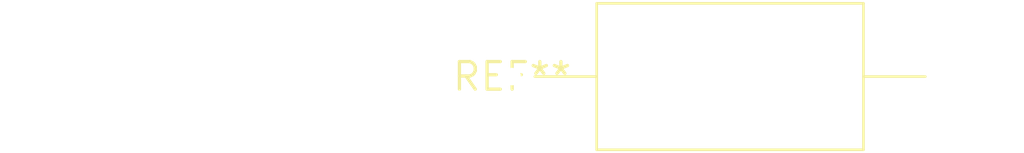
<source format=kicad_pcb>
(kicad_pcb (version 20240108) (generator pcbnew)
  (layers (0 "F.Cu" signal) (31 "B.Cu" signal) (34 "B.Paste" user) (35 "F.Paste" user) (36 "B.SilkS" user "B.Silkscreen") (37 "F.SilkS" user "F.Silkscreen") (38 "B.Mask" user) (39 "F.Mask" user) (44 "Edge.Cuts" user))
  (net 0 "")
  (footprint "C_Axial_L12.0mm_D6.5mm_P20.00mm_Horizontal" (layer "F.Cu") (at 0 0)
    (property "Reference" "REF**")
    (property "Value" "C_Axial_L12.0mm_D6.5mm_P20.00mm_Horizontal")
    (fp_line (start 1.04 0) (end 3.88 0) (layer "F.SilkS") (stroke (width 0.12)))
    (fp_line (start 3.88 -3.37) (end 3.88 3.37) (layer "F.SilkS") (stroke (width 0.12)))
    (fp_line (start 3.88 3.37) (end 16.12 3.37) (layer "F.SilkS") (stroke (width 0.12)))
    (fp_line (start 16.12 -3.37) (end 3.88 -3.37) (layer "F.SilkS") (stroke (width 0.12)))
    (fp_line (start 16.12 3.37) (end 16.12 -3.37) (layer "F.SilkS") (stroke (width 0.12)))
    (fp_line (start 18.96 0) (end 16.12 0) (layer "F.SilkS") (stroke (width 0.12)))
    (pad "1" thru_hole circle (at 0 0) (size 1.6 1.6) (drill 0.8) (layers *.Cu *.Mask) (remove_unused_layers))
    (pad "2" thru_hole oval (at 20 0) (size 1.6 1.6) (drill 0.8) (layers *.Cu *.Mask) (remove_unused_layers))
  )
)
</source>
